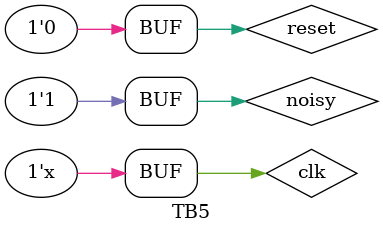
<source format=v>
/*                                -
-----------------------------------------------------------------------------
-----------------------------------------------------------------------------
-- File           : TB1_Gray.v
-----------------------------------------------------------------------------
-- Description    : Verilog testbench for Gray_4bits
-- --------------------------------------------------------------------------
-- --------------------------------------------------------------------------
 */

`timescale 1ns/1ps
`define cycle 10   // this is equivalent to defines in C

module TB5();
parameter N = 8;
reg clk, reset, noisy;
wire [N-1:0] leds;

// Drive the reset and the EndOfSimulation signal
initial begin
// Your code goes here
	clk <= 1'b1;
	reset <= 1'b1;
	noisy <= 1'b0;
	#50 reset <= 1'b0;
	#10 noisy <= 1'b1;
end

// Drive the clk
always begin
	#5 clk <= ~clk;
end


// Instantiate the System in the testbench
// Your code goes here
GrayCounter_System #(N) GrayCounter_System(
	.clk	(clk),
	.reset	(reset),
	.noisy	(noisy),
	.leds	(leds)
);

endmodule

</source>
